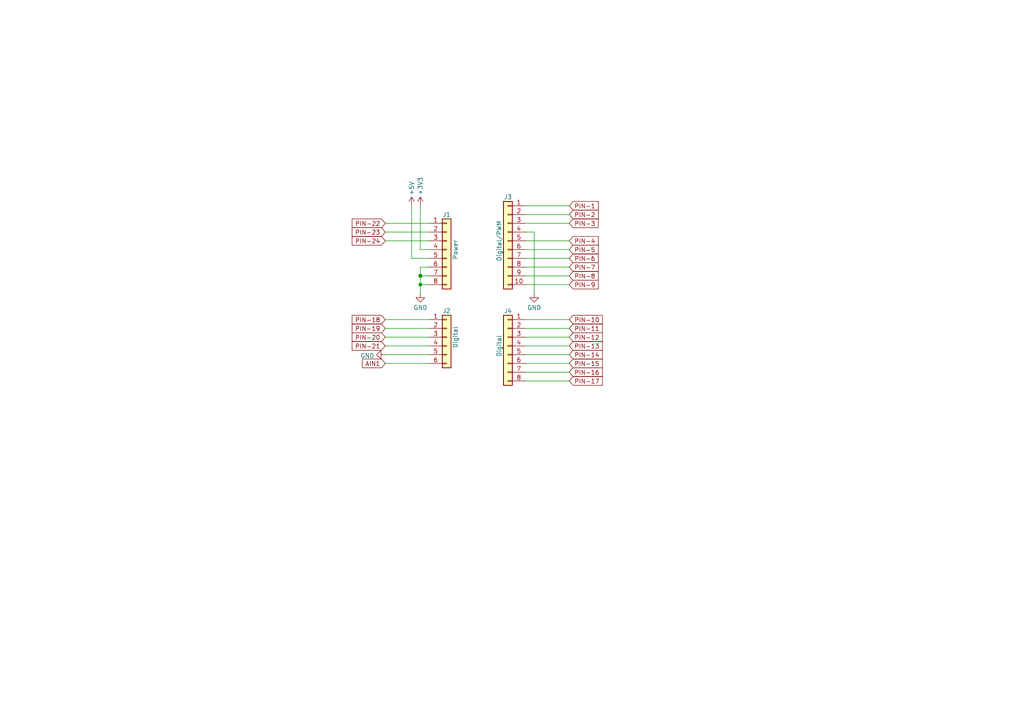
<source format=kicad_sch>
(kicad_sch (version 20230121) (generator eeschema)
  (paper "A4")
  (title_block (date "2023-04-25") (rev "V0.5") (company "Universal-Field-Objects"))
  (lib_symbols
    (symbol "Connector_Generic:Conn_01x06" (pin_names (offset 1.016) hide)
      (property "Reference" "J" (at 0 7.62 0))
      (property "Value" "Conn_01x06" (at 0 -10.16 0))
      (symbol "Conn_01x06_1_1"
        (rectangle (start -1.27 -7.493) (end 0 -7.747) (stroke (width 0.1524)))
        (rectangle (start -1.27 -4.953) (end 0 -5.207) (stroke (width 0.1524)))
        (rectangle (start -1.27 -2.413) (end 0 -2.667) (stroke (width 0.1524)))
        (rectangle (start -1.27 0.127) (end 0 -0.127) (stroke (width 0.1524)))
        (rectangle (start -1.27 2.667) (end 0 2.413) (stroke (width 0.1524)))
        (rectangle (start -1.27 5.207) (end 0 4.953) (stroke (width 0.1524)))
        (rectangle (start -1.27 6.35) (end 1.27 -8.89) (stroke (width 0.254)) (fill (type background)))
        (pin passive line (at -5.08 5.08 0) (length 3.81) (name "Pin_1") (number "1"))
        (pin passive line (at -5.08 2.54 0) (length 3.81) (name "Pin_2") (number "2"))
        (pin passive line (at -5.08 0 0) (length 3.81) (name "Pin_3") (number "3"))
        (pin passive line (at -5.08 -2.54 0) (length 3.81) (name "Pin_4") (number "4"))
        (pin passive line (at -5.08 -5.08 0) (length 3.81) (name "Pin_5") (number "5"))
        (pin passive line (at -5.08 -7.62 0) (length 3.81) (name "Pin_6") (number "6"))
      )
    )
    (symbol "Connector_Generic:Conn_01x08" (pin_names (offset 1.016) hide)
      (property "Reference" "J" (at 0 10.16 0))
      (property "Value" "Conn_01x08" (at 0 -12.7 0))
      (symbol "Conn_01x08_1_1"
        (rectangle (start -1.27 -10.033) (end 0 -10.287) (stroke (width 0.1524)))
        (rectangle (start -1.27 -7.493) (end 0 -7.747) (stroke (width 0.1524)))
        (rectangle (start -1.27 -4.953) (end 0 -5.207) (stroke (width 0.1524)))
        (rectangle (start -1.27 -2.413) (end 0 -2.667) (stroke (width 0.1524)))
        (rectangle (start -1.27 0.127) (end 0 -0.127) (stroke (width 0.1524)))
        (rectangle (start -1.27 2.667) (end 0 2.413) (stroke (width 0.1524)))
        (rectangle (start -1.27 5.207) (end 0 4.953) (stroke (width 0.1524)))
        (rectangle (start -1.27 7.747) (end 0 7.493) (stroke (width 0.1524)))
        (rectangle (start -1.27 8.89) (end 1.27 -11.43) (stroke (width 0.254)) (fill (type background)))
        (pin passive line (at -5.08 7.62 0) (length 3.81) (name "Pin_1") (number "1"))
        (pin passive line (at -5.08 5.08 0) (length 3.81) (name "Pin_2") (number "2"))
        (pin passive line (at -5.08 2.54 0) (length 3.81) (name "Pin_3") (number "3"))
        (pin passive line (at -5.08 0 0) (length 3.81) (name "Pin_4") (number "4"))
        (pin passive line (at -5.08 -2.54 0) (length 3.81) (name "Pin_5") (number "5"))
        (pin passive line (at -5.08 -5.08 0) (length 3.81) (name "Pin_6") (number "6"))
        (pin passive line (at -5.08 -7.62 0) (length 3.81) (name "Pin_7") (number "7"))
        (pin passive line (at -5.08 -10.16 0) (length 3.81) (name "Pin_8") (number "8"))
      )
    )
    (symbol "Connector_Generic:Conn_01x10" (pin_names (offset 1.016) hide)
      (property "Reference" "J" (at 0 12.7 0))
      (property "Value" "Conn_01x10" (at 0 -15.24 0))
      (symbol "Conn_01x10_1_1"
        (rectangle (start -1.27 -12.573) (end 0 -12.827) (stroke (width 0.1524)))
        (rectangle (start -1.27 -10.033) (end 0 -10.287) (stroke (width 0.1524)))
        (rectangle (start -1.27 -7.493) (end 0 -7.747) (stroke (width 0.1524)))
        (rectangle (start -1.27 -4.953) (end 0 -5.207) (stroke (width 0.1524)))
        (rectangle (start -1.27 -2.413) (end 0 -2.667) (stroke (width 0.1524)))
        (rectangle (start -1.27 0.127) (end 0 -0.127) (stroke (width 0.1524)))
        (rectangle (start -1.27 2.667) (end 0 2.413) (stroke (width 0.1524)))
        (rectangle (start -1.27 5.207) (end 0 4.953) (stroke (width 0.1524)))
        (rectangle (start -1.27 7.747) (end 0 7.493) (stroke (width 0.1524)))
        (rectangle (start -1.27 10.287) (end 0 10.033) (stroke (width 0.1524)))
        (rectangle (start -1.27 11.43) (end 1.27 -13.97) (stroke (width 0.254)) (fill (type background)))
        (pin passive line (at -5.08 10.16 0) (length 3.81) (name "Pin_1") (number "1"))
        (pin passive line (at -5.08 -12.7 0) (length 3.81) (name "Pin_10") (number "10"))
        (pin passive line (at -5.08 7.62 0) (length 3.81) (name "Pin_2") (number "2"))
        (pin passive line (at -5.08 5.08 0) (length 3.81) (name "Pin_3") (number "3"))
        (pin passive line (at -5.08 2.54 0) (length 3.81) (name "Pin_4") (number "4"))
        (pin passive line (at -5.08 0 0) (length 3.81) (name "Pin_5") (number "5"))
        (pin passive line (at -5.08 -2.54 0) (length 3.81) (name "Pin_6") (number "6"))
        (pin passive line (at -5.08 -5.08 0) (length 3.81) (name "Pin_7") (number "7"))
        (pin passive line (at -5.08 -7.62 0) (length 3.81) (name "Pin_8") (number "8"))
        (pin passive line (at -5.08 -10.16 0) (length 3.81) (name "Pin_9") (number "9"))
      )
    )
    (symbol "power:+3V3" (power) (pin_names (offset 0))
      (property "Value" "+3V3" (at 0 3.556 0))
      (symbol "+3V3_0_1"
        (polyline (pts (xy -0.762 1.27) (xy 0 2.54)))
        (polyline (pts (xy 0 0) (xy 0 2.54)))
        (polyline (pts (xy 0 2.54) (xy 0.762 1.27)))
      )
      (symbol "+3V3_1_1"
        (pin power_in line (at 0 0 90) (length 0) hide (name "+3V3") (number "1"))
      )
    )
    (symbol "power:+5V" (power) (pin_names (offset 0))
      (property "Value" "+5V" (at 0 3.556 0))
      (symbol "+5V_0_1"
        (polyline (pts (xy -0.762 1.27) (xy 0 2.54)))
        (polyline (pts (xy 0 0) (xy 0 2.54)))
        (polyline (pts (xy 0 2.54) (xy 0.762 1.27)))
      )
      (symbol "+5V_1_1"
        (pin power_in line (at 0 0 90) (length 0) hide (name "+5V") (number "1"))
      )
    )
    (symbol "power:GND" (power) (pin_names (offset 0))
      (property "Value" "GND" (at 0 -3.81 0))
      (symbol "GND_0_1"
        (polyline (pts (xy 0 0) (xy 0 -1.27) (xy 1.27 -1.27) (xy 0 -2.54) (xy -1.27 -1.27) (xy 0 -1.27)))
      )
      (symbol "GND_1_1"
        (pin power_in line (at 0 0 270) (length 0) hide (name "GND") (number "1"))
      )
    )
  )
  (junction (at 121.92 80.01) (diameter 1.016))
  (junction (at 121.92 82.55))
  (wire (pts (xy 121.92 82.55) (xy 124.46 82.55)))
  (wire (pts (xy 152.4 97.79) (xy 165.1 97.79)))
  (wire (pts (xy 152.4 105.41) (xy 165.1 105.41)))
  (wire (pts (xy 152.4 100.33) (xy 165.1 100.33)))
  (wire (pts (xy 152.4 67.31) (xy 154.94 67.31)))
  (wire (pts (xy 124.46 77.47) (xy 121.92 77.47)))
  (wire (pts (xy 154.94 67.31) (xy 154.94 85.09)))
  (wire (pts (xy 124.46 97.79) (xy 111.76 97.79)))
  (wire (pts (xy 111.76 67.31) (xy 124.46 67.31)))
  (wire (pts (xy 152.4 69.85) (xy 165.1 69.85)))
  (wire (pts (xy 152.4 95.25) (xy 165.1 95.25)))
  (wire (pts (xy 152.4 59.69) (xy 165.1 59.69)))
  (wire (pts (xy 152.4 62.23) (xy 165.1 62.23)))
  (wire (pts (xy 111.76 64.77) (xy 124.46 64.77)))
  (wire (pts (xy 152.4 80.01) (xy 165.1 80.01)))
  (wire (pts (xy 152.4 72.39) (xy 165.1 72.39)))
  (wire (pts (xy 152.4 77.47) (xy 165.1 77.47)))
  (wire (pts (xy 124.46 80.01) (xy 121.92 80.01)))
  (wire (pts (xy 152.4 102.87) (xy 165.1 102.87)))
  (wire (pts (xy 124.46 92.71) (xy 111.76 92.71)))
  (wire (pts (xy 121.92 77.47) (xy 121.92 80.01)))
  (wire (pts (xy 111.76 95.25) (xy 124.46 95.25)))
  (wire (pts (xy 124.46 102.87) (xy 111.76 102.87)))
  (wire (pts (xy 111.76 105.41) (xy 124.46 105.41)))
  (wire (pts (xy 152.4 107.95) (xy 165.1 107.95)))
  (wire (pts (xy 152.4 64.77) (xy 165.1 64.77)))
  (wire (pts (xy 119.38 74.93) (xy 124.46 74.93)))
  (wire (pts (xy 111.76 69.85) (xy 124.46 69.85)))
  (wire (pts (xy 121.92 80.01) (xy 121.92 82.55)))
  (wire (pts (xy 152.4 110.49) (xy 165.1 110.49)))
  (wire (pts (xy 152.4 92.71) (xy 165.1 92.71)))
  (wire (pts (xy 121.92 82.55) (xy 121.92 85.09)))
  (wire (pts (xy 121.92 59.69) (xy 121.92 72.39)))
  (wire (pts (xy 121.92 72.39) (xy 124.46 72.39)))
  (wire (pts (xy 152.4 82.55) (xy 165.1 82.55)))
  (wire (pts (xy 111.76 100.33) (xy 124.46 100.33)))
  (wire (pts (xy 152.4 74.93) (xy 165.1 74.93)))
  (wire (pts (xy 119.38 59.69) (xy 119.38 74.93)))
  (global_label "PIN-16" (shape input) (at 165.1 107.95 0) (property "Intersheetrefs" "${INTERSHEET_REFS}" (effects hide)))
  (global_label "PIN-23" (shape input) (at 111.76 67.31 180) (property "Intersheetrefs" "${INTERSHEET_REFS}" (effects hide)))
  (global_label "PIN-3" (shape input) (at 165.1 64.77 0) (property "Intersheetrefs" "${INTERSHEET_REFS}" (effects hide)))
  (global_label "PIN-17" (shape input) (at 165.1 110.49 0) (property "Intersheetrefs" "${INTERSHEET_REFS}" (effects hide)))
  (global_label "PIN-4" (shape input) (at 165.1 69.85 0) (property "Intersheetrefs" "${INTERSHEET_REFS}" (effects hide)))
  (global_label "PIN-1" (shape input) (at 165.1 59.69 0) (property "Intersheetrefs" "${INTERSHEET_REFS}" (effects hide)))
  (global_label "PIN-20" (shape input) (at 111.76 97.79 180) (property "Intersheetrefs" "${INTERSHEET_REFS}" (effects hide)))
  (global_label "PIN-10" (shape input) (at 165.1 92.71 0) (property "Intersheetrefs" "${INTERSHEET_REFS}" (effects hide)))
  (global_label "AIN1" (shape input) (at 111.76 105.41 180) (property "Intersheetrefs" "${INTERSHEET_REFS}" (effects hide)))
  (global_label "PIN-11" (shape input) (at 165.1 95.25 0) (property "Intersheetrefs" "${INTERSHEET_REFS}" (effects hide)))
  (global_label "PIN-13" (shape input) (at 165.1 100.33 0) (property "Intersheetrefs" "${INTERSHEET_REFS}" (effects hide)))
  (global_label "PIN-24" (shape input) (at 111.76 69.85 180) (property "Intersheetrefs" "${INTERSHEET_REFS}" (effects hide)))
  (global_label "PIN-15" (shape input) (at 165.1 105.41 0) (property "Intersheetrefs" "${INTERSHEET_REFS}" (effects hide)))
  (global_label "PIN-18" (shape input) (at 111.76 92.71 180) (property "Intersheetrefs" "${INTERSHEET_REFS}" (effects hide)))
  (global_label "PIN-8" (shape input) (at 165.1 80.01 0) (property "Intersheetrefs" "${INTERSHEET_REFS}" (effects hide)))
  (global_label "PIN-6" (shape input) (at 165.1 74.93 0) (property "Intersheetrefs" "${INTERSHEET_REFS}" (effects hide)))
  (global_label "PIN-9" (shape input) (at 165.1 82.55 0) (property "Intersheetrefs" "${INTERSHEET_REFS}" (effects hide)))
  (global_label "PIN-21" (shape input) (at 111.76 100.33 180) (property "Intersheetrefs" "${INTERSHEET_REFS}" (effects hide)))
  (global_label "PIN-2" (shape input) (at 165.1 62.23 0) (property "Intersheetrefs" "${INTERSHEET_REFS}" (effects hide)))
  (global_label "PIN-5" (shape input) (at 165.1 72.39 0) (property "Intersheetrefs" "${INTERSHEET_REFS}" (effects hide)))
  (global_label "PIN-7" (shape input) (at 165.1 77.47 0) (property "Intersheetrefs" "${INTERSHEET_REFS}" (effects hide)))
  (global_label "PIN-22" (shape input) (at 111.76 64.77 180) (property "Intersheetrefs" "${INTERSHEET_REFS}" (effects hide)))
  (global_label "PIN-12" (shape input) (at 165.1 97.79 0) (property "Intersheetrefs" "${INTERSHEET_REFS}" (effects hide)))
  (global_label "PIN-19" (shape input) (at 111.76 95.25 180) (property "Intersheetrefs" "${INTERSHEET_REFS}" (effects hide)))
  (global_label "PIN-14" (shape input) (at 165.1 102.87 0) (property "Intersheetrefs" "${INTERSHEET_REFS}" (effects hide)))
  (symbol (lib_id "power:GND") (at 121.92 85.09 0) (unit 1)
    (property "Reference" "#PWR050" (effects hide))
    (property "Value" "GND" (at 121.92 89.2255 0))
  )
  (symbol (lib_id "power:+5V") (at 119.38 59.69 0) (unit 1)
    (property "Reference" "#PWR052" (effects hide))
    (property "Value" "+5V" (at 119.38 54.61 90))
  )
  (symbol (lib_id "power:+3V3") (at 121.92 59.69 0) (unit 1)
    (property "Reference" "#PWR053" (effects hide))
    (property "Value" "+3V3" (at 121.92 53.975 90))
  )
  (symbol (lib_id "power:GND") (at 154.94 85.09 0) (unit 1)
    (property "Reference" "#PWR051" (effects hide))
    (property "Value" "GND" (at 154.94 89.2255 0))
  )
  (symbol (lib_id "power:GND") (at 111.76 102.87 270) (unit 1)
    (property "Reference" "#PWR054" (effects hide))
    (property "Value" "GND" (at 108.5851 103.1868 90) (effects (justify right)))
  )
  (symbol (lib_id "Connector_Generic:Conn_01x08") (at 129.54 72.39 0) (unit 1)
    (property "Reference" "J1" (at 129.54 62.23 0))
    (property "Value" "Power" (at 132.08 72.39 90))
    (property "Footprint" "Connector_PinSocket_2.54mm:PinSocket_1x08_P2.54mm_Vertical" (effects hide))
  )
  (symbol (lib_id "Connector_Generic:Conn_01x08") (at 147.32 100.33 0) (mirror y) (unit 1)
    (property "Reference" "J4" (at 147.32 90.17 0))
    (property "Value" "Digital" (at 144.78 100.33 90))
    (property "Footprint" "Connector_PinSocket_2.54mm:PinSocket_1x08_P2.54mm_Vertical" (effects hide))
  )
  (symbol (lib_id "Connector_Generic:Conn_01x10") (at 147.32 69.85 0) (mirror y) (unit 1)
    (property "Reference" "J3" (at 147.32 57.15 0))
    (property "Value" "Digital/PWM" (at 144.78 69.85 90))
    (property "Footprint" "Connector_PinSocket_2.54mm:PinSocket_1x10_P2.54mm_Vertical" (effects hide))
  )
  (symbol (lib_id "Connector_Generic:Conn_01x06") (at 129.54 97.79 0) (unit 1)
    (property "Reference" "J2" (at 129.54 90.17 0))
    (property "Value" "Digital" (at 132.08 97.79 90))
    (property "Footprint" "Connector_PinSocket_2.54mm:PinSocket_1x06_P2.54mm_Vertical" (effects hide))
  )
)
</source>
